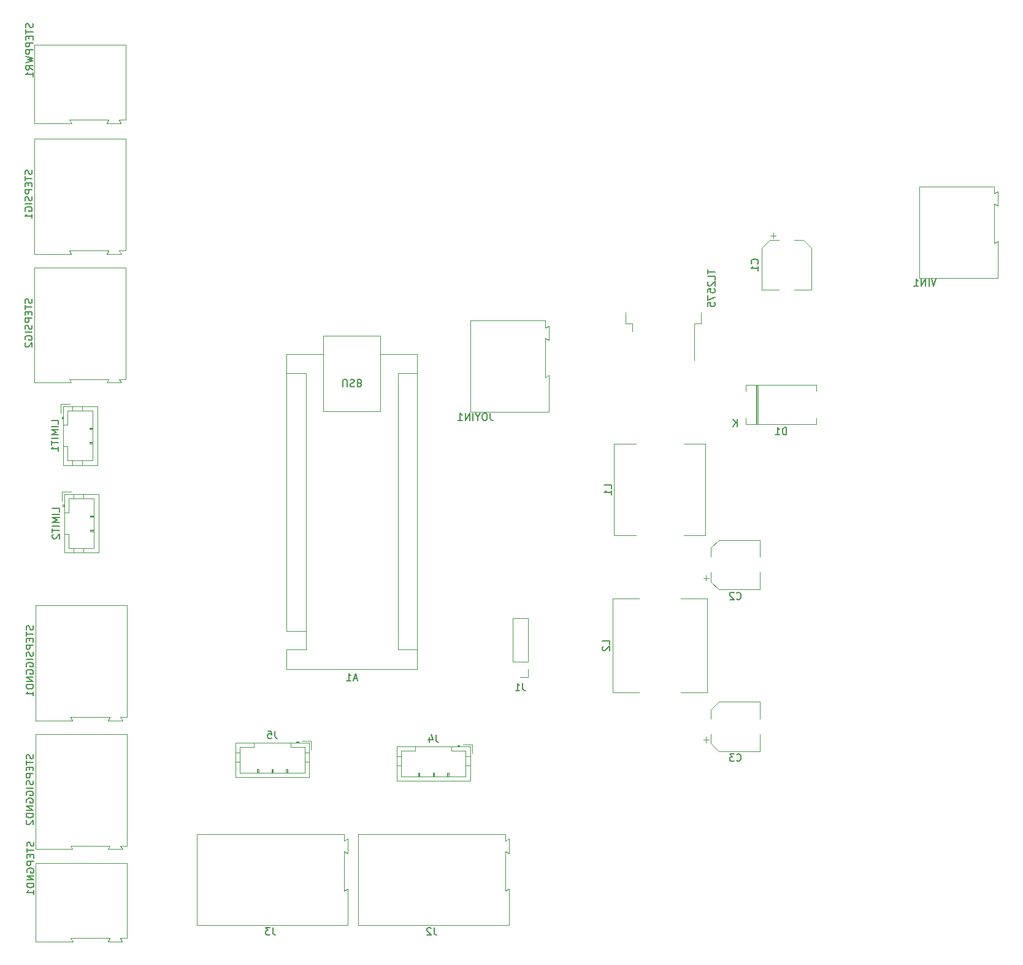
<source format=gbr>
%TF.GenerationSoftware,KiCad,Pcbnew,7.0.7-7.0.7~ubuntu22.04.1*%
%TF.CreationDate,2023-09-15T11:32:12-06:00*%
%TF.ProjectId,stepper_microscope_stage,73746570-7065-4725-9f6d-6963726f7363,1.1*%
%TF.SameCoordinates,Original*%
%TF.FileFunction,Legend,Bot*%
%TF.FilePolarity,Positive*%
%FSLAX46Y46*%
G04 Gerber Fmt 4.6, Leading zero omitted, Abs format (unit mm)*
G04 Created by KiCad (PCBNEW 7.0.7-7.0.7~ubuntu22.04.1) date 2023-09-15 11:32:12*
%MOMM*%
%LPD*%
G01*
G04 APERTURE LIST*
%ADD10C,0.150000*%
%ADD11C,0.120000*%
G04 APERTURE END LIST*
D10*
X160366666Y-131431724D02*
X160414285Y-131479344D01*
X160414285Y-131479344D02*
X160557142Y-131526963D01*
X160557142Y-131526963D02*
X160652380Y-131526963D01*
X160652380Y-131526963D02*
X160795237Y-131479344D01*
X160795237Y-131479344D02*
X160890475Y-131384105D01*
X160890475Y-131384105D02*
X160938094Y-131288867D01*
X160938094Y-131288867D02*
X160985713Y-131098391D01*
X160985713Y-131098391D02*
X160985713Y-130955534D01*
X160985713Y-130955534D02*
X160938094Y-130765058D01*
X160938094Y-130765058D02*
X160890475Y-130669820D01*
X160890475Y-130669820D02*
X160795237Y-130574582D01*
X160795237Y-130574582D02*
X160652380Y-130526963D01*
X160652380Y-130526963D02*
X160557142Y-130526963D01*
X160557142Y-130526963D02*
X160414285Y-130574582D01*
X160414285Y-130574582D02*
X160366666Y-130622201D01*
X160033332Y-130526963D02*
X159414285Y-130526963D01*
X159414285Y-130526963D02*
X159747618Y-130907915D01*
X159747618Y-130907915D02*
X159604761Y-130907915D01*
X159604761Y-130907915D02*
X159509523Y-130955534D01*
X159509523Y-130955534D02*
X159461904Y-131003153D01*
X159461904Y-131003153D02*
X159414285Y-131098391D01*
X159414285Y-131098391D02*
X159414285Y-131336486D01*
X159414285Y-131336486D02*
X159461904Y-131431724D01*
X159461904Y-131431724D02*
X159509523Y-131479344D01*
X159509523Y-131479344D02*
X159604761Y-131526963D01*
X159604761Y-131526963D02*
X159890475Y-131526963D01*
X159890475Y-131526963D02*
X159985713Y-131479344D01*
X159985713Y-131479344D02*
X160033332Y-131431724D01*
X118583333Y-154464819D02*
X118583333Y-155179104D01*
X118583333Y-155179104D02*
X118630952Y-155321961D01*
X118630952Y-155321961D02*
X118726190Y-155417200D01*
X118726190Y-155417200D02*
X118869047Y-155464819D01*
X118869047Y-155464819D02*
X118964285Y-155464819D01*
X118154761Y-154560057D02*
X118107142Y-154512438D01*
X118107142Y-154512438D02*
X118011904Y-154464819D01*
X118011904Y-154464819D02*
X117773809Y-154464819D01*
X117773809Y-154464819D02*
X117678571Y-154512438D01*
X117678571Y-154512438D02*
X117630952Y-154560057D01*
X117630952Y-154560057D02*
X117583333Y-154655295D01*
X117583333Y-154655295D02*
X117583333Y-154750533D01*
X117583333Y-154750533D02*
X117630952Y-154893390D01*
X117630952Y-154893390D02*
X118202380Y-155464819D01*
X118202380Y-155464819D02*
X117583333Y-155464819D01*
X66905635Y-97121906D02*
X66905635Y-96645716D01*
X66905635Y-96645716D02*
X65905635Y-96645716D01*
X66905635Y-97455240D02*
X65905635Y-97455240D01*
X66905635Y-97931430D02*
X65905635Y-97931430D01*
X65905635Y-97931430D02*
X66619920Y-98264763D01*
X66619920Y-98264763D02*
X65905635Y-98598096D01*
X65905635Y-98598096D02*
X66905635Y-98598096D01*
X66905635Y-99074287D02*
X65905635Y-99074287D01*
X65905635Y-99407620D02*
X65905635Y-99979048D01*
X66905635Y-99693334D02*
X65905635Y-99693334D01*
X66000873Y-100264763D02*
X65953254Y-100312382D01*
X65953254Y-100312382D02*
X65905635Y-100407620D01*
X65905635Y-100407620D02*
X65905635Y-100645715D01*
X65905635Y-100645715D02*
X65953254Y-100740953D01*
X65953254Y-100740953D02*
X66000873Y-100788572D01*
X66000873Y-100788572D02*
X66096111Y-100836191D01*
X66096111Y-100836191D02*
X66191349Y-100836191D01*
X66191349Y-100836191D02*
X66334206Y-100788572D01*
X66334206Y-100788572D02*
X66905635Y-100217144D01*
X66905635Y-100217144D02*
X66905635Y-100836191D01*
X130833333Y-120776963D02*
X130833333Y-121491248D01*
X130833333Y-121491248D02*
X130880952Y-121634105D01*
X130880952Y-121634105D02*
X130976190Y-121729344D01*
X130976190Y-121729344D02*
X131119047Y-121776963D01*
X131119047Y-121776963D02*
X131214285Y-121776963D01*
X129833333Y-121776963D02*
X130404761Y-121776963D01*
X130119047Y-121776963D02*
X130119047Y-120776963D01*
X130119047Y-120776963D02*
X130214285Y-120919820D01*
X130214285Y-120919820D02*
X130309523Y-121015058D01*
X130309523Y-121015058D02*
X130404761Y-121062677D01*
X96593333Y-127364819D02*
X96593333Y-128079104D01*
X96593333Y-128079104D02*
X96640952Y-128221961D01*
X96640952Y-128221961D02*
X96736190Y-128317200D01*
X96736190Y-128317200D02*
X96879047Y-128364819D01*
X96879047Y-128364819D02*
X96974285Y-128364819D01*
X95640952Y-127364819D02*
X96117142Y-127364819D01*
X96117142Y-127364819D02*
X96164761Y-127841009D01*
X96164761Y-127841009D02*
X96117142Y-127793390D01*
X96117142Y-127793390D02*
X96021904Y-127745771D01*
X96021904Y-127745771D02*
X95783809Y-127745771D01*
X95783809Y-127745771D02*
X95688571Y-127793390D01*
X95688571Y-127793390D02*
X95640952Y-127841009D01*
X95640952Y-127841009D02*
X95593333Y-127936247D01*
X95593333Y-127936247D02*
X95593333Y-128174342D01*
X95593333Y-128174342D02*
X95640952Y-128269580D01*
X95640952Y-128269580D02*
X95688571Y-128317200D01*
X95688571Y-128317200D02*
X95783809Y-128364819D01*
X95783809Y-128364819D02*
X96021904Y-128364819D01*
X96021904Y-128364819D02*
X96117142Y-128317200D01*
X96117142Y-128317200D02*
X96164761Y-128269580D01*
X63218016Y-130588811D02*
X63265635Y-130731668D01*
X63265635Y-130731668D02*
X63265635Y-130969763D01*
X63265635Y-130969763D02*
X63218016Y-131065001D01*
X63218016Y-131065001D02*
X63170396Y-131112620D01*
X63170396Y-131112620D02*
X63075158Y-131160239D01*
X63075158Y-131160239D02*
X62979920Y-131160239D01*
X62979920Y-131160239D02*
X62884682Y-131112620D01*
X62884682Y-131112620D02*
X62837063Y-131065001D01*
X62837063Y-131065001D02*
X62789444Y-130969763D01*
X62789444Y-130969763D02*
X62741825Y-130779287D01*
X62741825Y-130779287D02*
X62694206Y-130684049D01*
X62694206Y-130684049D02*
X62646587Y-130636430D01*
X62646587Y-130636430D02*
X62551349Y-130588811D01*
X62551349Y-130588811D02*
X62456111Y-130588811D01*
X62456111Y-130588811D02*
X62360873Y-130636430D01*
X62360873Y-130636430D02*
X62313254Y-130684049D01*
X62313254Y-130684049D02*
X62265635Y-130779287D01*
X62265635Y-130779287D02*
X62265635Y-131017382D01*
X62265635Y-131017382D02*
X62313254Y-131160239D01*
X62265635Y-131445954D02*
X62265635Y-132017382D01*
X63265635Y-131731668D02*
X62265635Y-131731668D01*
X62741825Y-132350716D02*
X62741825Y-132684049D01*
X63265635Y-132826906D02*
X63265635Y-132350716D01*
X63265635Y-132350716D02*
X62265635Y-132350716D01*
X62265635Y-132350716D02*
X62265635Y-132826906D01*
X63265635Y-133255478D02*
X62265635Y-133255478D01*
X62265635Y-133255478D02*
X62265635Y-133636430D01*
X62265635Y-133636430D02*
X62313254Y-133731668D01*
X62313254Y-133731668D02*
X62360873Y-133779287D01*
X62360873Y-133779287D02*
X62456111Y-133826906D01*
X62456111Y-133826906D02*
X62598968Y-133826906D01*
X62598968Y-133826906D02*
X62694206Y-133779287D01*
X62694206Y-133779287D02*
X62741825Y-133731668D01*
X62741825Y-133731668D02*
X62789444Y-133636430D01*
X62789444Y-133636430D02*
X62789444Y-133255478D01*
X63218016Y-134207859D02*
X63265635Y-134350716D01*
X63265635Y-134350716D02*
X63265635Y-134588811D01*
X63265635Y-134588811D02*
X63218016Y-134684049D01*
X63218016Y-134684049D02*
X63170396Y-134731668D01*
X63170396Y-134731668D02*
X63075158Y-134779287D01*
X63075158Y-134779287D02*
X62979920Y-134779287D01*
X62979920Y-134779287D02*
X62884682Y-134731668D01*
X62884682Y-134731668D02*
X62837063Y-134684049D01*
X62837063Y-134684049D02*
X62789444Y-134588811D01*
X62789444Y-134588811D02*
X62741825Y-134398335D01*
X62741825Y-134398335D02*
X62694206Y-134303097D01*
X62694206Y-134303097D02*
X62646587Y-134255478D01*
X62646587Y-134255478D02*
X62551349Y-134207859D01*
X62551349Y-134207859D02*
X62456111Y-134207859D01*
X62456111Y-134207859D02*
X62360873Y-134255478D01*
X62360873Y-134255478D02*
X62313254Y-134303097D01*
X62313254Y-134303097D02*
X62265635Y-134398335D01*
X62265635Y-134398335D02*
X62265635Y-134636430D01*
X62265635Y-134636430D02*
X62313254Y-134779287D01*
X63265635Y-135207859D02*
X62265635Y-135207859D01*
X62313254Y-136207858D02*
X62265635Y-136112620D01*
X62265635Y-136112620D02*
X62265635Y-135969763D01*
X62265635Y-135969763D02*
X62313254Y-135826906D01*
X62313254Y-135826906D02*
X62408492Y-135731668D01*
X62408492Y-135731668D02*
X62503730Y-135684049D01*
X62503730Y-135684049D02*
X62694206Y-135636430D01*
X62694206Y-135636430D02*
X62837063Y-135636430D01*
X62837063Y-135636430D02*
X63027539Y-135684049D01*
X63027539Y-135684049D02*
X63122777Y-135731668D01*
X63122777Y-135731668D02*
X63218016Y-135826906D01*
X63218016Y-135826906D02*
X63265635Y-135969763D01*
X63265635Y-135969763D02*
X63265635Y-136065001D01*
X63265635Y-136065001D02*
X63218016Y-136207858D01*
X63218016Y-136207858D02*
X63170396Y-136255477D01*
X63170396Y-136255477D02*
X62837063Y-136255477D01*
X62837063Y-136255477D02*
X62837063Y-136065001D01*
X62313254Y-137207858D02*
X62265635Y-137112620D01*
X62265635Y-137112620D02*
X62265635Y-136969763D01*
X62265635Y-136969763D02*
X62313254Y-136826906D01*
X62313254Y-136826906D02*
X62408492Y-136731668D01*
X62408492Y-136731668D02*
X62503730Y-136684049D01*
X62503730Y-136684049D02*
X62694206Y-136636430D01*
X62694206Y-136636430D02*
X62837063Y-136636430D01*
X62837063Y-136636430D02*
X63027539Y-136684049D01*
X63027539Y-136684049D02*
X63122777Y-136731668D01*
X63122777Y-136731668D02*
X63218016Y-136826906D01*
X63218016Y-136826906D02*
X63265635Y-136969763D01*
X63265635Y-136969763D02*
X63265635Y-137065001D01*
X63265635Y-137065001D02*
X63218016Y-137207858D01*
X63218016Y-137207858D02*
X63170396Y-137255477D01*
X63170396Y-137255477D02*
X62837063Y-137255477D01*
X62837063Y-137255477D02*
X62837063Y-137065001D01*
X63265635Y-137684049D02*
X62265635Y-137684049D01*
X62265635Y-137684049D02*
X63265635Y-138255477D01*
X63265635Y-138255477D02*
X62265635Y-138255477D01*
X63265635Y-138731668D02*
X62265635Y-138731668D01*
X62265635Y-138731668D02*
X62265635Y-138969763D01*
X62265635Y-138969763D02*
X62313254Y-139112620D01*
X62313254Y-139112620D02*
X62408492Y-139207858D01*
X62408492Y-139207858D02*
X62503730Y-139255477D01*
X62503730Y-139255477D02*
X62694206Y-139303096D01*
X62694206Y-139303096D02*
X62837063Y-139303096D01*
X62837063Y-139303096D02*
X63027539Y-139255477D01*
X63027539Y-139255477D02*
X63122777Y-139207858D01*
X63122777Y-139207858D02*
X63218016Y-139112620D01*
X63218016Y-139112620D02*
X63265635Y-138969763D01*
X63265635Y-138969763D02*
X63265635Y-138731668D01*
X62360873Y-139684049D02*
X62313254Y-139731668D01*
X62313254Y-139731668D02*
X62265635Y-139826906D01*
X62265635Y-139826906D02*
X62265635Y-140065001D01*
X62265635Y-140065001D02*
X62313254Y-140160239D01*
X62313254Y-140160239D02*
X62360873Y-140207858D01*
X62360873Y-140207858D02*
X62456111Y-140255477D01*
X62456111Y-140255477D02*
X62551349Y-140255477D01*
X62551349Y-140255477D02*
X62694206Y-140207858D01*
X62694206Y-140207858D02*
X63265635Y-139636430D01*
X63265635Y-139636430D02*
X63265635Y-140255477D01*
X63057200Y-50012620D02*
X63104819Y-50155477D01*
X63104819Y-50155477D02*
X63104819Y-50393572D01*
X63104819Y-50393572D02*
X63057200Y-50488810D01*
X63057200Y-50488810D02*
X63009580Y-50536429D01*
X63009580Y-50536429D02*
X62914342Y-50584048D01*
X62914342Y-50584048D02*
X62819104Y-50584048D01*
X62819104Y-50584048D02*
X62723866Y-50536429D01*
X62723866Y-50536429D02*
X62676247Y-50488810D01*
X62676247Y-50488810D02*
X62628628Y-50393572D01*
X62628628Y-50393572D02*
X62581009Y-50203096D01*
X62581009Y-50203096D02*
X62533390Y-50107858D01*
X62533390Y-50107858D02*
X62485771Y-50060239D01*
X62485771Y-50060239D02*
X62390533Y-50012620D01*
X62390533Y-50012620D02*
X62295295Y-50012620D01*
X62295295Y-50012620D02*
X62200057Y-50060239D01*
X62200057Y-50060239D02*
X62152438Y-50107858D01*
X62152438Y-50107858D02*
X62104819Y-50203096D01*
X62104819Y-50203096D02*
X62104819Y-50441191D01*
X62104819Y-50441191D02*
X62152438Y-50584048D01*
X62104819Y-50869763D02*
X62104819Y-51441191D01*
X63104819Y-51155477D02*
X62104819Y-51155477D01*
X62581009Y-51774525D02*
X62581009Y-52107858D01*
X63104819Y-52250715D02*
X63104819Y-51774525D01*
X63104819Y-51774525D02*
X62104819Y-51774525D01*
X62104819Y-51774525D02*
X62104819Y-52250715D01*
X63104819Y-52679287D02*
X62104819Y-52679287D01*
X62104819Y-52679287D02*
X62104819Y-53060239D01*
X62104819Y-53060239D02*
X62152438Y-53155477D01*
X62152438Y-53155477D02*
X62200057Y-53203096D01*
X62200057Y-53203096D02*
X62295295Y-53250715D01*
X62295295Y-53250715D02*
X62438152Y-53250715D01*
X62438152Y-53250715D02*
X62533390Y-53203096D01*
X62533390Y-53203096D02*
X62581009Y-53155477D01*
X62581009Y-53155477D02*
X62628628Y-53060239D01*
X62628628Y-53060239D02*
X62628628Y-52679287D01*
X63057200Y-53631668D02*
X63104819Y-53774525D01*
X63104819Y-53774525D02*
X63104819Y-54012620D01*
X63104819Y-54012620D02*
X63057200Y-54107858D01*
X63057200Y-54107858D02*
X63009580Y-54155477D01*
X63009580Y-54155477D02*
X62914342Y-54203096D01*
X62914342Y-54203096D02*
X62819104Y-54203096D01*
X62819104Y-54203096D02*
X62723866Y-54155477D01*
X62723866Y-54155477D02*
X62676247Y-54107858D01*
X62676247Y-54107858D02*
X62628628Y-54012620D01*
X62628628Y-54012620D02*
X62581009Y-53822144D01*
X62581009Y-53822144D02*
X62533390Y-53726906D01*
X62533390Y-53726906D02*
X62485771Y-53679287D01*
X62485771Y-53679287D02*
X62390533Y-53631668D01*
X62390533Y-53631668D02*
X62295295Y-53631668D01*
X62295295Y-53631668D02*
X62200057Y-53679287D01*
X62200057Y-53679287D02*
X62152438Y-53726906D01*
X62152438Y-53726906D02*
X62104819Y-53822144D01*
X62104819Y-53822144D02*
X62104819Y-54060239D01*
X62104819Y-54060239D02*
X62152438Y-54203096D01*
X63104819Y-54631668D02*
X62104819Y-54631668D01*
X62152438Y-55631667D02*
X62104819Y-55536429D01*
X62104819Y-55536429D02*
X62104819Y-55393572D01*
X62104819Y-55393572D02*
X62152438Y-55250715D01*
X62152438Y-55250715D02*
X62247676Y-55155477D01*
X62247676Y-55155477D02*
X62342914Y-55107858D01*
X62342914Y-55107858D02*
X62533390Y-55060239D01*
X62533390Y-55060239D02*
X62676247Y-55060239D01*
X62676247Y-55060239D02*
X62866723Y-55107858D01*
X62866723Y-55107858D02*
X62961961Y-55155477D01*
X62961961Y-55155477D02*
X63057200Y-55250715D01*
X63057200Y-55250715D02*
X63104819Y-55393572D01*
X63104819Y-55393572D02*
X63104819Y-55488810D01*
X63104819Y-55488810D02*
X63057200Y-55631667D01*
X63057200Y-55631667D02*
X63009580Y-55679286D01*
X63009580Y-55679286D02*
X62676247Y-55679286D01*
X62676247Y-55679286D02*
X62676247Y-55488810D01*
X63104819Y-56631667D02*
X63104819Y-56060239D01*
X63104819Y-56345953D02*
X62104819Y-56345953D01*
X62104819Y-56345953D02*
X62247676Y-56250715D01*
X62247676Y-56250715D02*
X62342914Y-56155477D01*
X62342914Y-56155477D02*
X62390533Y-56060239D01*
X156354819Y-63726906D02*
X156354819Y-64298334D01*
X157354819Y-64012620D02*
X156354819Y-64012620D01*
X157354819Y-65107858D02*
X157354819Y-64631668D01*
X157354819Y-64631668D02*
X156354819Y-64631668D01*
X156450057Y-65393573D02*
X156402438Y-65441192D01*
X156402438Y-65441192D02*
X156354819Y-65536430D01*
X156354819Y-65536430D02*
X156354819Y-65774525D01*
X156354819Y-65774525D02*
X156402438Y-65869763D01*
X156402438Y-65869763D02*
X156450057Y-65917382D01*
X156450057Y-65917382D02*
X156545295Y-65965001D01*
X156545295Y-65965001D02*
X156640533Y-65965001D01*
X156640533Y-65965001D02*
X156783390Y-65917382D01*
X156783390Y-65917382D02*
X157354819Y-65345954D01*
X157354819Y-65345954D02*
X157354819Y-65965001D01*
X156354819Y-66869763D02*
X156354819Y-66393573D01*
X156354819Y-66393573D02*
X156831009Y-66345954D01*
X156831009Y-66345954D02*
X156783390Y-66393573D01*
X156783390Y-66393573D02*
X156735771Y-66488811D01*
X156735771Y-66488811D02*
X156735771Y-66726906D01*
X156735771Y-66726906D02*
X156783390Y-66822144D01*
X156783390Y-66822144D02*
X156831009Y-66869763D01*
X156831009Y-66869763D02*
X156926247Y-66917382D01*
X156926247Y-66917382D02*
X157164342Y-66917382D01*
X157164342Y-66917382D02*
X157259580Y-66869763D01*
X157259580Y-66869763D02*
X157307200Y-66822144D01*
X157307200Y-66822144D02*
X157354819Y-66726906D01*
X157354819Y-66726906D02*
X157354819Y-66488811D01*
X157354819Y-66488811D02*
X157307200Y-66393573D01*
X157307200Y-66393573D02*
X157259580Y-66345954D01*
X156354819Y-67250716D02*
X156354819Y-67917382D01*
X156354819Y-67917382D02*
X157354819Y-67488811D01*
X156354819Y-68774525D02*
X156354819Y-68298335D01*
X156354819Y-68298335D02*
X156831009Y-68250716D01*
X156831009Y-68250716D02*
X156783390Y-68298335D01*
X156783390Y-68298335D02*
X156735771Y-68393573D01*
X156735771Y-68393573D02*
X156735771Y-68631668D01*
X156735771Y-68631668D02*
X156783390Y-68726906D01*
X156783390Y-68726906D02*
X156831009Y-68774525D01*
X156831009Y-68774525D02*
X156926247Y-68822144D01*
X156926247Y-68822144D02*
X157164342Y-68822144D01*
X157164342Y-68822144D02*
X157259580Y-68774525D01*
X157259580Y-68774525D02*
X157307200Y-68726906D01*
X157307200Y-68726906D02*
X157354819Y-68631668D01*
X157354819Y-68631668D02*
X157354819Y-68393573D01*
X157354819Y-68393573D02*
X157307200Y-68298335D01*
X157307200Y-68298335D02*
X157259580Y-68250716D01*
X63318016Y-142663096D02*
X63365635Y-142805953D01*
X63365635Y-142805953D02*
X63365635Y-143044048D01*
X63365635Y-143044048D02*
X63318016Y-143139286D01*
X63318016Y-143139286D02*
X63270396Y-143186905D01*
X63270396Y-143186905D02*
X63175158Y-143234524D01*
X63175158Y-143234524D02*
X63079920Y-143234524D01*
X63079920Y-143234524D02*
X62984682Y-143186905D01*
X62984682Y-143186905D02*
X62937063Y-143139286D01*
X62937063Y-143139286D02*
X62889444Y-143044048D01*
X62889444Y-143044048D02*
X62841825Y-142853572D01*
X62841825Y-142853572D02*
X62794206Y-142758334D01*
X62794206Y-142758334D02*
X62746587Y-142710715D01*
X62746587Y-142710715D02*
X62651349Y-142663096D01*
X62651349Y-142663096D02*
X62556111Y-142663096D01*
X62556111Y-142663096D02*
X62460873Y-142710715D01*
X62460873Y-142710715D02*
X62413254Y-142758334D01*
X62413254Y-142758334D02*
X62365635Y-142853572D01*
X62365635Y-142853572D02*
X62365635Y-143091667D01*
X62365635Y-143091667D02*
X62413254Y-143234524D01*
X62365635Y-143520239D02*
X62365635Y-144091667D01*
X63365635Y-143805953D02*
X62365635Y-143805953D01*
X62841825Y-144425001D02*
X62841825Y-144758334D01*
X63365635Y-144901191D02*
X63365635Y-144425001D01*
X63365635Y-144425001D02*
X62365635Y-144425001D01*
X62365635Y-144425001D02*
X62365635Y-144901191D01*
X63365635Y-145329763D02*
X62365635Y-145329763D01*
X62365635Y-145329763D02*
X62365635Y-145710715D01*
X62365635Y-145710715D02*
X62413254Y-145805953D01*
X62413254Y-145805953D02*
X62460873Y-145853572D01*
X62460873Y-145853572D02*
X62556111Y-145901191D01*
X62556111Y-145901191D02*
X62698968Y-145901191D01*
X62698968Y-145901191D02*
X62794206Y-145853572D01*
X62794206Y-145853572D02*
X62841825Y-145805953D01*
X62841825Y-145805953D02*
X62889444Y-145710715D01*
X62889444Y-145710715D02*
X62889444Y-145329763D01*
X62413254Y-146853572D02*
X62365635Y-146758334D01*
X62365635Y-146758334D02*
X62365635Y-146615477D01*
X62365635Y-146615477D02*
X62413254Y-146472620D01*
X62413254Y-146472620D02*
X62508492Y-146377382D01*
X62508492Y-146377382D02*
X62603730Y-146329763D01*
X62603730Y-146329763D02*
X62794206Y-146282144D01*
X62794206Y-146282144D02*
X62937063Y-146282144D01*
X62937063Y-146282144D02*
X63127539Y-146329763D01*
X63127539Y-146329763D02*
X63222777Y-146377382D01*
X63222777Y-146377382D02*
X63318016Y-146472620D01*
X63318016Y-146472620D02*
X63365635Y-146615477D01*
X63365635Y-146615477D02*
X63365635Y-146710715D01*
X63365635Y-146710715D02*
X63318016Y-146853572D01*
X63318016Y-146853572D02*
X63270396Y-146901191D01*
X63270396Y-146901191D02*
X62937063Y-146901191D01*
X62937063Y-146901191D02*
X62937063Y-146710715D01*
X63365635Y-147329763D02*
X62365635Y-147329763D01*
X62365635Y-147329763D02*
X63365635Y-147901191D01*
X63365635Y-147901191D02*
X62365635Y-147901191D01*
X63365635Y-148377382D02*
X62365635Y-148377382D01*
X62365635Y-148377382D02*
X62365635Y-148615477D01*
X62365635Y-148615477D02*
X62413254Y-148758334D01*
X62413254Y-148758334D02*
X62508492Y-148853572D01*
X62508492Y-148853572D02*
X62603730Y-148901191D01*
X62603730Y-148901191D02*
X62794206Y-148948810D01*
X62794206Y-148948810D02*
X62937063Y-148948810D01*
X62937063Y-148948810D02*
X63127539Y-148901191D01*
X63127539Y-148901191D02*
X63222777Y-148853572D01*
X63222777Y-148853572D02*
X63318016Y-148758334D01*
X63318016Y-148758334D02*
X63365635Y-148615477D01*
X63365635Y-148615477D02*
X63365635Y-148377382D01*
X63365635Y-149901191D02*
X63365635Y-149329763D01*
X63365635Y-149615477D02*
X62365635Y-149615477D01*
X62365635Y-149615477D02*
X62508492Y-149520239D01*
X62508492Y-149520239D02*
X62603730Y-149425001D01*
X62603730Y-149425001D02*
X62651349Y-149329763D01*
X63218016Y-112838811D02*
X63265635Y-112981668D01*
X63265635Y-112981668D02*
X63265635Y-113219763D01*
X63265635Y-113219763D02*
X63218016Y-113315001D01*
X63218016Y-113315001D02*
X63170396Y-113362620D01*
X63170396Y-113362620D02*
X63075158Y-113410239D01*
X63075158Y-113410239D02*
X62979920Y-113410239D01*
X62979920Y-113410239D02*
X62884682Y-113362620D01*
X62884682Y-113362620D02*
X62837063Y-113315001D01*
X62837063Y-113315001D02*
X62789444Y-113219763D01*
X62789444Y-113219763D02*
X62741825Y-113029287D01*
X62741825Y-113029287D02*
X62694206Y-112934049D01*
X62694206Y-112934049D02*
X62646587Y-112886430D01*
X62646587Y-112886430D02*
X62551349Y-112838811D01*
X62551349Y-112838811D02*
X62456111Y-112838811D01*
X62456111Y-112838811D02*
X62360873Y-112886430D01*
X62360873Y-112886430D02*
X62313254Y-112934049D01*
X62313254Y-112934049D02*
X62265635Y-113029287D01*
X62265635Y-113029287D02*
X62265635Y-113267382D01*
X62265635Y-113267382D02*
X62313254Y-113410239D01*
X62265635Y-113695954D02*
X62265635Y-114267382D01*
X63265635Y-113981668D02*
X62265635Y-113981668D01*
X62741825Y-114600716D02*
X62741825Y-114934049D01*
X63265635Y-115076906D02*
X63265635Y-114600716D01*
X63265635Y-114600716D02*
X62265635Y-114600716D01*
X62265635Y-114600716D02*
X62265635Y-115076906D01*
X63265635Y-115505478D02*
X62265635Y-115505478D01*
X62265635Y-115505478D02*
X62265635Y-115886430D01*
X62265635Y-115886430D02*
X62313254Y-115981668D01*
X62313254Y-115981668D02*
X62360873Y-116029287D01*
X62360873Y-116029287D02*
X62456111Y-116076906D01*
X62456111Y-116076906D02*
X62598968Y-116076906D01*
X62598968Y-116076906D02*
X62694206Y-116029287D01*
X62694206Y-116029287D02*
X62741825Y-115981668D01*
X62741825Y-115981668D02*
X62789444Y-115886430D01*
X62789444Y-115886430D02*
X62789444Y-115505478D01*
X63218016Y-116457859D02*
X63265635Y-116600716D01*
X63265635Y-116600716D02*
X63265635Y-116838811D01*
X63265635Y-116838811D02*
X63218016Y-116934049D01*
X63218016Y-116934049D02*
X63170396Y-116981668D01*
X63170396Y-116981668D02*
X63075158Y-117029287D01*
X63075158Y-117029287D02*
X62979920Y-117029287D01*
X62979920Y-117029287D02*
X62884682Y-116981668D01*
X62884682Y-116981668D02*
X62837063Y-116934049D01*
X62837063Y-116934049D02*
X62789444Y-116838811D01*
X62789444Y-116838811D02*
X62741825Y-116648335D01*
X62741825Y-116648335D02*
X62694206Y-116553097D01*
X62694206Y-116553097D02*
X62646587Y-116505478D01*
X62646587Y-116505478D02*
X62551349Y-116457859D01*
X62551349Y-116457859D02*
X62456111Y-116457859D01*
X62456111Y-116457859D02*
X62360873Y-116505478D01*
X62360873Y-116505478D02*
X62313254Y-116553097D01*
X62313254Y-116553097D02*
X62265635Y-116648335D01*
X62265635Y-116648335D02*
X62265635Y-116886430D01*
X62265635Y-116886430D02*
X62313254Y-117029287D01*
X63265635Y-117457859D02*
X62265635Y-117457859D01*
X62313254Y-118457858D02*
X62265635Y-118362620D01*
X62265635Y-118362620D02*
X62265635Y-118219763D01*
X62265635Y-118219763D02*
X62313254Y-118076906D01*
X62313254Y-118076906D02*
X62408492Y-117981668D01*
X62408492Y-117981668D02*
X62503730Y-117934049D01*
X62503730Y-117934049D02*
X62694206Y-117886430D01*
X62694206Y-117886430D02*
X62837063Y-117886430D01*
X62837063Y-117886430D02*
X63027539Y-117934049D01*
X63027539Y-117934049D02*
X63122777Y-117981668D01*
X63122777Y-117981668D02*
X63218016Y-118076906D01*
X63218016Y-118076906D02*
X63265635Y-118219763D01*
X63265635Y-118219763D02*
X63265635Y-118315001D01*
X63265635Y-118315001D02*
X63218016Y-118457858D01*
X63218016Y-118457858D02*
X63170396Y-118505477D01*
X63170396Y-118505477D02*
X62837063Y-118505477D01*
X62837063Y-118505477D02*
X62837063Y-118315001D01*
X62313254Y-119457858D02*
X62265635Y-119362620D01*
X62265635Y-119362620D02*
X62265635Y-119219763D01*
X62265635Y-119219763D02*
X62313254Y-119076906D01*
X62313254Y-119076906D02*
X62408492Y-118981668D01*
X62408492Y-118981668D02*
X62503730Y-118934049D01*
X62503730Y-118934049D02*
X62694206Y-118886430D01*
X62694206Y-118886430D02*
X62837063Y-118886430D01*
X62837063Y-118886430D02*
X63027539Y-118934049D01*
X63027539Y-118934049D02*
X63122777Y-118981668D01*
X63122777Y-118981668D02*
X63218016Y-119076906D01*
X63218016Y-119076906D02*
X63265635Y-119219763D01*
X63265635Y-119219763D02*
X63265635Y-119315001D01*
X63265635Y-119315001D02*
X63218016Y-119457858D01*
X63218016Y-119457858D02*
X63170396Y-119505477D01*
X63170396Y-119505477D02*
X62837063Y-119505477D01*
X62837063Y-119505477D02*
X62837063Y-119315001D01*
X63265635Y-119934049D02*
X62265635Y-119934049D01*
X62265635Y-119934049D02*
X63265635Y-120505477D01*
X63265635Y-120505477D02*
X62265635Y-120505477D01*
X63265635Y-120981668D02*
X62265635Y-120981668D01*
X62265635Y-120981668D02*
X62265635Y-121219763D01*
X62265635Y-121219763D02*
X62313254Y-121362620D01*
X62313254Y-121362620D02*
X62408492Y-121457858D01*
X62408492Y-121457858D02*
X62503730Y-121505477D01*
X62503730Y-121505477D02*
X62694206Y-121553096D01*
X62694206Y-121553096D02*
X62837063Y-121553096D01*
X62837063Y-121553096D02*
X63027539Y-121505477D01*
X63027539Y-121505477D02*
X63122777Y-121457858D01*
X63122777Y-121457858D02*
X63218016Y-121362620D01*
X63218016Y-121362620D02*
X63265635Y-121219763D01*
X63265635Y-121219763D02*
X63265635Y-120981668D01*
X63265635Y-122505477D02*
X63265635Y-121934049D01*
X63265635Y-122219763D02*
X62265635Y-122219763D01*
X62265635Y-122219763D02*
X62408492Y-122124525D01*
X62408492Y-122124525D02*
X62503730Y-122029287D01*
X62503730Y-122029287D02*
X62551349Y-121934049D01*
X66744819Y-85021906D02*
X66744819Y-84545716D01*
X66744819Y-84545716D02*
X65744819Y-84545716D01*
X66744819Y-85355240D02*
X65744819Y-85355240D01*
X66744819Y-85831430D02*
X65744819Y-85831430D01*
X65744819Y-85831430D02*
X66459104Y-86164763D01*
X66459104Y-86164763D02*
X65744819Y-86498096D01*
X65744819Y-86498096D02*
X66744819Y-86498096D01*
X66744819Y-86974287D02*
X65744819Y-86974287D01*
X65744819Y-87307620D02*
X65744819Y-87879048D01*
X66744819Y-87593334D02*
X65744819Y-87593334D01*
X66744819Y-88736191D02*
X66744819Y-88164763D01*
X66744819Y-88450477D02*
X65744819Y-88450477D01*
X65744819Y-88450477D02*
X65887676Y-88355239D01*
X65887676Y-88355239D02*
X65982914Y-88260001D01*
X65982914Y-88260001D02*
X66030533Y-88164763D01*
X143104819Y-93905477D02*
X143104819Y-93429287D01*
X143104819Y-93429287D02*
X142104819Y-93429287D01*
X143104819Y-94762620D02*
X143104819Y-94191192D01*
X143104819Y-94476906D02*
X142104819Y-94476906D01*
X142104819Y-94476906D02*
X142247676Y-94381668D01*
X142247676Y-94381668D02*
X142342914Y-94286430D01*
X142342914Y-94286430D02*
X142390533Y-94191192D01*
X63157200Y-29765477D02*
X63204819Y-29908334D01*
X63204819Y-29908334D02*
X63204819Y-30146429D01*
X63204819Y-30146429D02*
X63157200Y-30241667D01*
X63157200Y-30241667D02*
X63109580Y-30289286D01*
X63109580Y-30289286D02*
X63014342Y-30336905D01*
X63014342Y-30336905D02*
X62919104Y-30336905D01*
X62919104Y-30336905D02*
X62823866Y-30289286D01*
X62823866Y-30289286D02*
X62776247Y-30241667D01*
X62776247Y-30241667D02*
X62728628Y-30146429D01*
X62728628Y-30146429D02*
X62681009Y-29955953D01*
X62681009Y-29955953D02*
X62633390Y-29860715D01*
X62633390Y-29860715D02*
X62585771Y-29813096D01*
X62585771Y-29813096D02*
X62490533Y-29765477D01*
X62490533Y-29765477D02*
X62395295Y-29765477D01*
X62395295Y-29765477D02*
X62300057Y-29813096D01*
X62300057Y-29813096D02*
X62252438Y-29860715D01*
X62252438Y-29860715D02*
X62204819Y-29955953D01*
X62204819Y-29955953D02*
X62204819Y-30194048D01*
X62204819Y-30194048D02*
X62252438Y-30336905D01*
X62204819Y-30622620D02*
X62204819Y-31194048D01*
X63204819Y-30908334D02*
X62204819Y-30908334D01*
X62681009Y-31527382D02*
X62681009Y-31860715D01*
X63204819Y-32003572D02*
X63204819Y-31527382D01*
X63204819Y-31527382D02*
X62204819Y-31527382D01*
X62204819Y-31527382D02*
X62204819Y-32003572D01*
X63204819Y-32432144D02*
X62204819Y-32432144D01*
X62204819Y-32432144D02*
X62204819Y-32813096D01*
X62204819Y-32813096D02*
X62252438Y-32908334D01*
X62252438Y-32908334D02*
X62300057Y-32955953D01*
X62300057Y-32955953D02*
X62395295Y-33003572D01*
X62395295Y-33003572D02*
X62538152Y-33003572D01*
X62538152Y-33003572D02*
X62633390Y-32955953D01*
X62633390Y-32955953D02*
X62681009Y-32908334D01*
X62681009Y-32908334D02*
X62728628Y-32813096D01*
X62728628Y-32813096D02*
X62728628Y-32432144D01*
X63204819Y-33432144D02*
X62204819Y-33432144D01*
X62204819Y-33432144D02*
X62204819Y-33813096D01*
X62204819Y-33813096D02*
X62252438Y-33908334D01*
X62252438Y-33908334D02*
X62300057Y-33955953D01*
X62300057Y-33955953D02*
X62395295Y-34003572D01*
X62395295Y-34003572D02*
X62538152Y-34003572D01*
X62538152Y-34003572D02*
X62633390Y-33955953D01*
X62633390Y-33955953D02*
X62681009Y-33908334D01*
X62681009Y-33908334D02*
X62728628Y-33813096D01*
X62728628Y-33813096D02*
X62728628Y-33432144D01*
X62204819Y-34336906D02*
X63204819Y-34575001D01*
X63204819Y-34575001D02*
X62490533Y-34765477D01*
X62490533Y-34765477D02*
X63204819Y-34955953D01*
X63204819Y-34955953D02*
X62204819Y-35194049D01*
X63204819Y-36146429D02*
X62728628Y-35813096D01*
X63204819Y-35575001D02*
X62204819Y-35575001D01*
X62204819Y-35575001D02*
X62204819Y-35955953D01*
X62204819Y-35955953D02*
X62252438Y-36051191D01*
X62252438Y-36051191D02*
X62300057Y-36098810D01*
X62300057Y-36098810D02*
X62395295Y-36146429D01*
X62395295Y-36146429D02*
X62538152Y-36146429D01*
X62538152Y-36146429D02*
X62633390Y-36098810D01*
X62633390Y-36098810D02*
X62681009Y-36051191D01*
X62681009Y-36051191D02*
X62728628Y-35955953D01*
X62728628Y-35955953D02*
X62728628Y-35575001D01*
X63204819Y-37098810D02*
X63204819Y-36527382D01*
X63204819Y-36813096D02*
X62204819Y-36813096D01*
X62204819Y-36813096D02*
X62347676Y-36717858D01*
X62347676Y-36717858D02*
X62442914Y-36622620D01*
X62442914Y-36622620D02*
X62490533Y-36527382D01*
X167238094Y-86496963D02*
X167238094Y-85496963D01*
X167238094Y-85496963D02*
X166999999Y-85496963D01*
X166999999Y-85496963D02*
X166857142Y-85544582D01*
X166857142Y-85544582D02*
X166761904Y-85639820D01*
X166761904Y-85639820D02*
X166714285Y-85735058D01*
X166714285Y-85735058D02*
X166666666Y-85925534D01*
X166666666Y-85925534D02*
X166666666Y-86068391D01*
X166666666Y-86068391D02*
X166714285Y-86258867D01*
X166714285Y-86258867D02*
X166761904Y-86354105D01*
X166761904Y-86354105D02*
X166857142Y-86449344D01*
X166857142Y-86449344D02*
X166999999Y-86496963D01*
X166999999Y-86496963D02*
X167238094Y-86496963D01*
X165714285Y-86496963D02*
X166285713Y-86496963D01*
X165999999Y-86496963D02*
X165999999Y-85496963D01*
X165999999Y-85496963D02*
X166095237Y-85639820D01*
X166095237Y-85639820D02*
X166190475Y-85735058D01*
X166190475Y-85735058D02*
X166285713Y-85782677D01*
X160411904Y-85376963D02*
X160411904Y-84376963D01*
X159840476Y-85376963D02*
X160269047Y-84805534D01*
X159840476Y-84376963D02*
X160411904Y-84948391D01*
X107974285Y-120121248D02*
X107498095Y-120121248D01*
X108069523Y-120406963D02*
X107736190Y-119406963D01*
X107736190Y-119406963D02*
X107402857Y-120406963D01*
X106545714Y-120406963D02*
X107117142Y-120406963D01*
X106831428Y-120406963D02*
X106831428Y-119406963D01*
X106831428Y-119406963D02*
X106926666Y-119549820D01*
X106926666Y-119549820D02*
X107021904Y-119645058D01*
X107021904Y-119645058D02*
X107117142Y-119692677D01*
X105998095Y-79857324D02*
X105998095Y-79047801D01*
X105998095Y-79047801D02*
X106045714Y-78952563D01*
X106045714Y-78952563D02*
X106093333Y-78904944D01*
X106093333Y-78904944D02*
X106188571Y-78857324D01*
X106188571Y-78857324D02*
X106379047Y-78857324D01*
X106379047Y-78857324D02*
X106474285Y-78904944D01*
X106474285Y-78904944D02*
X106521904Y-78952563D01*
X106521904Y-78952563D02*
X106569523Y-79047801D01*
X106569523Y-79047801D02*
X106569523Y-79857324D01*
X106998095Y-78904944D02*
X107140952Y-78857324D01*
X107140952Y-78857324D02*
X107379047Y-78857324D01*
X107379047Y-78857324D02*
X107474285Y-78904944D01*
X107474285Y-78904944D02*
X107521904Y-78952563D01*
X107521904Y-78952563D02*
X107569523Y-79047801D01*
X107569523Y-79047801D02*
X107569523Y-79143039D01*
X107569523Y-79143039D02*
X107521904Y-79238277D01*
X107521904Y-79238277D02*
X107474285Y-79285896D01*
X107474285Y-79285896D02*
X107379047Y-79333515D01*
X107379047Y-79333515D02*
X107188571Y-79381134D01*
X107188571Y-79381134D02*
X107093333Y-79428753D01*
X107093333Y-79428753D02*
X107045714Y-79476372D01*
X107045714Y-79476372D02*
X106998095Y-79571610D01*
X106998095Y-79571610D02*
X106998095Y-79666848D01*
X106998095Y-79666848D02*
X107045714Y-79762086D01*
X107045714Y-79762086D02*
X107093333Y-79809705D01*
X107093333Y-79809705D02*
X107188571Y-79857324D01*
X107188571Y-79857324D02*
X107426666Y-79857324D01*
X107426666Y-79857324D02*
X107569523Y-79809705D01*
X108331428Y-79381134D02*
X108474285Y-79333515D01*
X108474285Y-79333515D02*
X108521904Y-79285896D01*
X108521904Y-79285896D02*
X108569523Y-79190658D01*
X108569523Y-79190658D02*
X108569523Y-79047801D01*
X108569523Y-79047801D02*
X108521904Y-78952563D01*
X108521904Y-78952563D02*
X108474285Y-78904944D01*
X108474285Y-78904944D02*
X108379047Y-78857324D01*
X108379047Y-78857324D02*
X107998095Y-78857324D01*
X107998095Y-78857324D02*
X107998095Y-79857324D01*
X107998095Y-79857324D02*
X108331428Y-79857324D01*
X108331428Y-79857324D02*
X108426666Y-79809705D01*
X108426666Y-79809705D02*
X108474285Y-79762086D01*
X108474285Y-79762086D02*
X108521904Y-79666848D01*
X108521904Y-79666848D02*
X108521904Y-79571610D01*
X108521904Y-79571610D02*
X108474285Y-79476372D01*
X108474285Y-79476372D02*
X108426666Y-79428753D01*
X108426666Y-79428753D02*
X108331428Y-79381134D01*
X108331428Y-79381134D02*
X107998095Y-79381134D01*
X126347618Y-83516963D02*
X126347618Y-84231248D01*
X126347618Y-84231248D02*
X126395237Y-84374105D01*
X126395237Y-84374105D02*
X126490475Y-84469344D01*
X126490475Y-84469344D02*
X126633332Y-84516963D01*
X126633332Y-84516963D02*
X126728570Y-84516963D01*
X125680951Y-83516963D02*
X125490475Y-83516963D01*
X125490475Y-83516963D02*
X125395237Y-83564582D01*
X125395237Y-83564582D02*
X125299999Y-83659820D01*
X125299999Y-83659820D02*
X125252380Y-83850296D01*
X125252380Y-83850296D02*
X125252380Y-84183629D01*
X125252380Y-84183629D02*
X125299999Y-84374105D01*
X125299999Y-84374105D02*
X125395237Y-84469344D01*
X125395237Y-84469344D02*
X125490475Y-84516963D01*
X125490475Y-84516963D02*
X125680951Y-84516963D01*
X125680951Y-84516963D02*
X125776189Y-84469344D01*
X125776189Y-84469344D02*
X125871427Y-84374105D01*
X125871427Y-84374105D02*
X125919046Y-84183629D01*
X125919046Y-84183629D02*
X125919046Y-83850296D01*
X125919046Y-83850296D02*
X125871427Y-83659820D01*
X125871427Y-83659820D02*
X125776189Y-83564582D01*
X125776189Y-83564582D02*
X125680951Y-83516963D01*
X124633332Y-84040772D02*
X124633332Y-84516963D01*
X124966665Y-83516963D02*
X124633332Y-84040772D01*
X124633332Y-84040772D02*
X124299999Y-83516963D01*
X123966665Y-84516963D02*
X123966665Y-83516963D01*
X123490475Y-84516963D02*
X123490475Y-83516963D01*
X123490475Y-83516963D02*
X122919047Y-84516963D01*
X122919047Y-84516963D02*
X122919047Y-83516963D01*
X121919047Y-84516963D02*
X122490475Y-84516963D01*
X122204761Y-84516963D02*
X122204761Y-83516963D01*
X122204761Y-83516963D02*
X122299999Y-83659820D01*
X122299999Y-83659820D02*
X122395237Y-83755058D01*
X122395237Y-83755058D02*
X122490475Y-83802677D01*
X142804819Y-115405477D02*
X142804819Y-114929287D01*
X142804819Y-114929287D02*
X141804819Y-114929287D01*
X141900057Y-115691192D02*
X141852438Y-115738811D01*
X141852438Y-115738811D02*
X141804819Y-115834049D01*
X141804819Y-115834049D02*
X141804819Y-116072144D01*
X141804819Y-116072144D02*
X141852438Y-116167382D01*
X141852438Y-116167382D02*
X141900057Y-116215001D01*
X141900057Y-116215001D02*
X141995295Y-116262620D01*
X141995295Y-116262620D02*
X142090533Y-116262620D01*
X142090533Y-116262620D02*
X142233390Y-116215001D01*
X142233390Y-116215001D02*
X142804819Y-115643573D01*
X142804819Y-115643573D02*
X142804819Y-116262620D01*
X163259580Y-62905477D02*
X163307200Y-62857858D01*
X163307200Y-62857858D02*
X163354819Y-62715001D01*
X163354819Y-62715001D02*
X163354819Y-62619763D01*
X163354819Y-62619763D02*
X163307200Y-62476906D01*
X163307200Y-62476906D02*
X163211961Y-62381668D01*
X163211961Y-62381668D02*
X163116723Y-62334049D01*
X163116723Y-62334049D02*
X162926247Y-62286430D01*
X162926247Y-62286430D02*
X162783390Y-62286430D01*
X162783390Y-62286430D02*
X162592914Y-62334049D01*
X162592914Y-62334049D02*
X162497676Y-62381668D01*
X162497676Y-62381668D02*
X162402438Y-62476906D01*
X162402438Y-62476906D02*
X162354819Y-62619763D01*
X162354819Y-62619763D02*
X162354819Y-62715001D01*
X162354819Y-62715001D02*
X162402438Y-62857858D01*
X162402438Y-62857858D02*
X162450057Y-62905477D01*
X163354819Y-63857858D02*
X163354819Y-63286430D01*
X163354819Y-63572144D02*
X162354819Y-63572144D01*
X162354819Y-63572144D02*
X162497676Y-63476906D01*
X162497676Y-63476906D02*
X162592914Y-63381668D01*
X162592914Y-63381668D02*
X162640533Y-63286430D01*
X63057200Y-67762620D02*
X63104819Y-67905477D01*
X63104819Y-67905477D02*
X63104819Y-68143572D01*
X63104819Y-68143572D02*
X63057200Y-68238810D01*
X63057200Y-68238810D02*
X63009580Y-68286429D01*
X63009580Y-68286429D02*
X62914342Y-68334048D01*
X62914342Y-68334048D02*
X62819104Y-68334048D01*
X62819104Y-68334048D02*
X62723866Y-68286429D01*
X62723866Y-68286429D02*
X62676247Y-68238810D01*
X62676247Y-68238810D02*
X62628628Y-68143572D01*
X62628628Y-68143572D02*
X62581009Y-67953096D01*
X62581009Y-67953096D02*
X62533390Y-67857858D01*
X62533390Y-67857858D02*
X62485771Y-67810239D01*
X62485771Y-67810239D02*
X62390533Y-67762620D01*
X62390533Y-67762620D02*
X62295295Y-67762620D01*
X62295295Y-67762620D02*
X62200057Y-67810239D01*
X62200057Y-67810239D02*
X62152438Y-67857858D01*
X62152438Y-67857858D02*
X62104819Y-67953096D01*
X62104819Y-67953096D02*
X62104819Y-68191191D01*
X62104819Y-68191191D02*
X62152438Y-68334048D01*
X62104819Y-68619763D02*
X62104819Y-69191191D01*
X63104819Y-68905477D02*
X62104819Y-68905477D01*
X62581009Y-69524525D02*
X62581009Y-69857858D01*
X63104819Y-70000715D02*
X63104819Y-69524525D01*
X63104819Y-69524525D02*
X62104819Y-69524525D01*
X62104819Y-69524525D02*
X62104819Y-70000715D01*
X63104819Y-70429287D02*
X62104819Y-70429287D01*
X62104819Y-70429287D02*
X62104819Y-70810239D01*
X62104819Y-70810239D02*
X62152438Y-70905477D01*
X62152438Y-70905477D02*
X62200057Y-70953096D01*
X62200057Y-70953096D02*
X62295295Y-71000715D01*
X62295295Y-71000715D02*
X62438152Y-71000715D01*
X62438152Y-71000715D02*
X62533390Y-70953096D01*
X62533390Y-70953096D02*
X62581009Y-70905477D01*
X62581009Y-70905477D02*
X62628628Y-70810239D01*
X62628628Y-70810239D02*
X62628628Y-70429287D01*
X63057200Y-71381668D02*
X63104819Y-71524525D01*
X63104819Y-71524525D02*
X63104819Y-71762620D01*
X63104819Y-71762620D02*
X63057200Y-71857858D01*
X63057200Y-71857858D02*
X63009580Y-71905477D01*
X63009580Y-71905477D02*
X62914342Y-71953096D01*
X62914342Y-71953096D02*
X62819104Y-71953096D01*
X62819104Y-71953096D02*
X62723866Y-71905477D01*
X62723866Y-71905477D02*
X62676247Y-71857858D01*
X62676247Y-71857858D02*
X62628628Y-71762620D01*
X62628628Y-71762620D02*
X62581009Y-71572144D01*
X62581009Y-71572144D02*
X62533390Y-71476906D01*
X62533390Y-71476906D02*
X62485771Y-71429287D01*
X62485771Y-71429287D02*
X62390533Y-71381668D01*
X62390533Y-71381668D02*
X62295295Y-71381668D01*
X62295295Y-71381668D02*
X62200057Y-71429287D01*
X62200057Y-71429287D02*
X62152438Y-71476906D01*
X62152438Y-71476906D02*
X62104819Y-71572144D01*
X62104819Y-71572144D02*
X62104819Y-71810239D01*
X62104819Y-71810239D02*
X62152438Y-71953096D01*
X63104819Y-72381668D02*
X62104819Y-72381668D01*
X62152438Y-73381667D02*
X62104819Y-73286429D01*
X62104819Y-73286429D02*
X62104819Y-73143572D01*
X62104819Y-73143572D02*
X62152438Y-73000715D01*
X62152438Y-73000715D02*
X62247676Y-72905477D01*
X62247676Y-72905477D02*
X62342914Y-72857858D01*
X62342914Y-72857858D02*
X62533390Y-72810239D01*
X62533390Y-72810239D02*
X62676247Y-72810239D01*
X62676247Y-72810239D02*
X62866723Y-72857858D01*
X62866723Y-72857858D02*
X62961961Y-72905477D01*
X62961961Y-72905477D02*
X63057200Y-73000715D01*
X63057200Y-73000715D02*
X63104819Y-73143572D01*
X63104819Y-73143572D02*
X63104819Y-73238810D01*
X63104819Y-73238810D02*
X63057200Y-73381667D01*
X63057200Y-73381667D02*
X63009580Y-73429286D01*
X63009580Y-73429286D02*
X62676247Y-73429286D01*
X62676247Y-73429286D02*
X62676247Y-73238810D01*
X62200057Y-73810239D02*
X62152438Y-73857858D01*
X62152438Y-73857858D02*
X62104819Y-73953096D01*
X62104819Y-73953096D02*
X62104819Y-74191191D01*
X62104819Y-74191191D02*
X62152438Y-74286429D01*
X62152438Y-74286429D02*
X62200057Y-74334048D01*
X62200057Y-74334048D02*
X62295295Y-74381667D01*
X62295295Y-74381667D02*
X62390533Y-74381667D01*
X62390533Y-74381667D02*
X62533390Y-74334048D01*
X62533390Y-74334048D02*
X63104819Y-73762620D01*
X63104819Y-73762620D02*
X63104819Y-74381667D01*
X96333333Y-154464819D02*
X96333333Y-155179104D01*
X96333333Y-155179104D02*
X96380952Y-155321961D01*
X96380952Y-155321961D02*
X96476190Y-155417200D01*
X96476190Y-155417200D02*
X96619047Y-155464819D01*
X96619047Y-155464819D02*
X96714285Y-155464819D01*
X95952380Y-154464819D02*
X95333333Y-154464819D01*
X95333333Y-154464819D02*
X95666666Y-154845771D01*
X95666666Y-154845771D02*
X95523809Y-154845771D01*
X95523809Y-154845771D02*
X95428571Y-154893390D01*
X95428571Y-154893390D02*
X95380952Y-154941009D01*
X95380952Y-154941009D02*
X95333333Y-155036247D01*
X95333333Y-155036247D02*
X95333333Y-155274342D01*
X95333333Y-155274342D02*
X95380952Y-155369580D01*
X95380952Y-155369580D02*
X95428571Y-155417200D01*
X95428571Y-155417200D02*
X95523809Y-155464819D01*
X95523809Y-155464819D02*
X95809523Y-155464819D01*
X95809523Y-155464819D02*
X95904761Y-155417200D01*
X95904761Y-155417200D02*
X95952380Y-155369580D01*
X160366666Y-109131724D02*
X160414285Y-109179344D01*
X160414285Y-109179344D02*
X160557142Y-109226963D01*
X160557142Y-109226963D02*
X160652380Y-109226963D01*
X160652380Y-109226963D02*
X160795237Y-109179344D01*
X160795237Y-109179344D02*
X160890475Y-109084105D01*
X160890475Y-109084105D02*
X160938094Y-108988867D01*
X160938094Y-108988867D02*
X160985713Y-108798391D01*
X160985713Y-108798391D02*
X160985713Y-108655534D01*
X160985713Y-108655534D02*
X160938094Y-108465058D01*
X160938094Y-108465058D02*
X160890475Y-108369820D01*
X160890475Y-108369820D02*
X160795237Y-108274582D01*
X160795237Y-108274582D02*
X160652380Y-108226963D01*
X160652380Y-108226963D02*
X160557142Y-108226963D01*
X160557142Y-108226963D02*
X160414285Y-108274582D01*
X160414285Y-108274582D02*
X160366666Y-108322201D01*
X159985713Y-108322201D02*
X159938094Y-108274582D01*
X159938094Y-108274582D02*
X159842856Y-108226963D01*
X159842856Y-108226963D02*
X159604761Y-108226963D01*
X159604761Y-108226963D02*
X159509523Y-108274582D01*
X159509523Y-108274582D02*
X159461904Y-108322201D01*
X159461904Y-108322201D02*
X159414285Y-108417439D01*
X159414285Y-108417439D02*
X159414285Y-108512677D01*
X159414285Y-108512677D02*
X159461904Y-108655534D01*
X159461904Y-108655534D02*
X160033332Y-109226963D01*
X160033332Y-109226963D02*
X159414285Y-109226963D01*
X118843333Y-127864819D02*
X118843333Y-128579104D01*
X118843333Y-128579104D02*
X118890952Y-128721961D01*
X118890952Y-128721961D02*
X118986190Y-128817200D01*
X118986190Y-128817200D02*
X119129047Y-128864819D01*
X119129047Y-128864819D02*
X119224285Y-128864819D01*
X117938571Y-128198152D02*
X117938571Y-128864819D01*
X118176666Y-127817200D02*
X118414761Y-128531485D01*
X118414761Y-128531485D02*
X117795714Y-128531485D01*
X187901427Y-65016963D02*
X187568094Y-66016963D01*
X187568094Y-66016963D02*
X187234761Y-65016963D01*
X186901427Y-66016963D02*
X186901427Y-65016963D01*
X186425237Y-66016963D02*
X186425237Y-65016963D01*
X186425237Y-65016963D02*
X185853809Y-66016963D01*
X185853809Y-66016963D02*
X185853809Y-65016963D01*
X184853809Y-66016963D02*
X185425237Y-66016963D01*
X185139523Y-66016963D02*
X185139523Y-65016963D01*
X185139523Y-65016963D02*
X185234761Y-65159820D01*
X185234761Y-65159820D02*
X185329999Y-65255058D01*
X185329999Y-65255058D02*
X185425237Y-65302677D01*
D11*
%TO.C,C3*%
X155762500Y-128569644D02*
X156550000Y-128569644D01*
X156156250Y-128963394D02*
X156156250Y-128175894D01*
X156790000Y-124376581D02*
X156790000Y-125662144D01*
X156790000Y-124376581D02*
X157854437Y-123312144D01*
X156790000Y-129067707D02*
X156790000Y-127782144D01*
X156790000Y-129067707D02*
X157854437Y-130132144D01*
X157854437Y-123312144D02*
X163610000Y-123312144D01*
X157854437Y-130132144D02*
X163610000Y-130132144D01*
X163610000Y-123312144D02*
X163610000Y-125662144D01*
X163610000Y-130132144D02*
X163610000Y-127782144D01*
%TO.C,J2*%
X108100000Y-141560000D02*
X108100000Y-154160000D01*
X108100000Y-154160000D02*
X128900000Y-154160000D01*
X128400000Y-141560000D02*
X108100000Y-141560000D01*
X128400000Y-142510000D02*
X128400000Y-141560000D01*
X128400000Y-143960000D02*
X128950000Y-144260000D01*
X128400000Y-149360000D02*
X128400000Y-143960000D01*
X128900000Y-149110000D02*
X128400000Y-149360000D01*
X128900000Y-154160000D02*
X128900000Y-149110000D01*
X128950000Y-142210000D02*
X128400000Y-142510000D01*
X128950000Y-144260000D02*
X128950000Y-142210000D01*
%TO.C,LIMIT2*%
X67240816Y-94357144D02*
X68490816Y-94357144D01*
X72260816Y-94657144D02*
X72260816Y-102777144D01*
X70150816Y-94657144D02*
X70150816Y-95267144D01*
X68850816Y-94657144D02*
X68850816Y-95267144D01*
X67540816Y-94657144D02*
X72260816Y-94657144D01*
X71650816Y-95267144D02*
X71650816Y-102167144D01*
X68150816Y-95267144D02*
X71650816Y-95267144D01*
X67240816Y-95607144D02*
X67240816Y-94357144D01*
X67340816Y-96117144D02*
X67540816Y-96117144D01*
X67540816Y-96417144D02*
X67340816Y-96417144D01*
X67440816Y-96417144D02*
X67440816Y-96117144D01*
X67340816Y-96417144D02*
X67340816Y-96117144D01*
X68150816Y-97217144D02*
X68150816Y-95267144D01*
X67540816Y-97217144D02*
X68150816Y-97217144D01*
X71650816Y-97617144D02*
X71150816Y-97617144D01*
X71150816Y-97617144D02*
X71150816Y-97817144D01*
X71650816Y-97717144D02*
X71150816Y-97717144D01*
X71150816Y-97817144D02*
X71650816Y-97817144D01*
X71650816Y-99617144D02*
X71150816Y-99617144D01*
X71150816Y-99617144D02*
X71150816Y-99817144D01*
X71650816Y-99717144D02*
X71150816Y-99717144D01*
X71150816Y-99817144D02*
X71650816Y-99817144D01*
X68150816Y-100217144D02*
X67540816Y-100217144D01*
X71650816Y-102167144D02*
X68150816Y-102167144D01*
X68150816Y-102167144D02*
X68150816Y-100217144D01*
X72260816Y-102777144D02*
X67540816Y-102777144D01*
X70150816Y-102777144D02*
X70150816Y-102167144D01*
X68850816Y-102777144D02*
X68850816Y-102167144D01*
X67540816Y-102777144D02*
X67540816Y-94657144D01*
%TO.C,J1*%
X129440000Y-111762144D02*
X131560000Y-111762144D01*
X129440000Y-117822144D02*
X129440000Y-111762144D01*
X129440000Y-117822144D02*
X131560000Y-117822144D01*
X130500000Y-119882144D02*
X131560000Y-119882144D01*
X131560000Y-117822144D02*
X131560000Y-111762144D01*
X131560000Y-119882144D02*
X131560000Y-118822144D01*
%TO.C,J5*%
X101620000Y-128700000D02*
X101620000Y-129950000D01*
X101320000Y-133720000D02*
X91200000Y-133720000D01*
X101320000Y-131610000D02*
X100710000Y-131610000D01*
X101320000Y-130310000D02*
X100710000Y-130310000D01*
X101320000Y-129000000D02*
X101320000Y-133720000D01*
X100710000Y-133110000D02*
X91810000Y-133110000D01*
X100710000Y-129610000D02*
X100710000Y-133110000D01*
X100370000Y-128700000D02*
X101620000Y-128700000D01*
X99860000Y-128800000D02*
X99860000Y-129000000D01*
X99560000Y-129000000D02*
X99560000Y-128800000D01*
X99560000Y-128900000D02*
X99860000Y-128900000D01*
X99560000Y-128800000D02*
X99860000Y-128800000D01*
X98760000Y-129610000D02*
X100710000Y-129610000D01*
X98760000Y-129000000D02*
X98760000Y-129610000D01*
X98360000Y-133110000D02*
X98360000Y-132610000D01*
X98360000Y-132610000D02*
X98160000Y-132610000D01*
X98260000Y-133110000D02*
X98260000Y-132610000D01*
X98160000Y-132610000D02*
X98160000Y-133110000D01*
X96360000Y-133110000D02*
X96360000Y-132610000D01*
X96360000Y-132610000D02*
X96160000Y-132610000D01*
X96260000Y-133110000D02*
X96260000Y-132610000D01*
X96160000Y-132610000D02*
X96160000Y-133110000D01*
X94360000Y-133110000D02*
X94360000Y-132610000D01*
X94360000Y-132610000D02*
X94160000Y-132610000D01*
X94260000Y-133110000D02*
X94260000Y-132610000D01*
X94160000Y-132610000D02*
X94160000Y-133110000D01*
X93760000Y-129610000D02*
X93760000Y-129000000D01*
X91810000Y-133110000D02*
X91810000Y-129610000D01*
X91810000Y-129610000D02*
X93760000Y-129610000D01*
X91200000Y-133720000D02*
X91200000Y-129000000D01*
X91200000Y-131610000D02*
X91810000Y-131610000D01*
X91200000Y-130310000D02*
X91810000Y-130310000D01*
X91200000Y-129000000D02*
X101320000Y-129000000D01*
%TO.C,STEPSIGGND2*%
X76210816Y-127772144D02*
X76210816Y-143172144D01*
X63610816Y-127772144D02*
X76210816Y-127772144D01*
X76210816Y-143172144D02*
X75260816Y-143172144D01*
X75260816Y-143172144D02*
X75560816Y-143672144D01*
X73810816Y-143172144D02*
X68410816Y-143172144D01*
X68410816Y-143172144D02*
X68660816Y-143672144D01*
X75560816Y-143672144D02*
X73560816Y-143672144D01*
X73560816Y-143672144D02*
X73810816Y-143172144D01*
X68660816Y-143672144D02*
X63610816Y-143672144D01*
X63610816Y-143672144D02*
X63610816Y-127772144D01*
%TO.C,STEPSIG1*%
X76050000Y-45672144D02*
X76050000Y-61072144D01*
X63450000Y-45672144D02*
X76050000Y-45672144D01*
X76050000Y-61072144D02*
X75100000Y-61072144D01*
X75100000Y-61072144D02*
X75400000Y-61572144D01*
X73650000Y-61072144D02*
X68250000Y-61072144D01*
X68250000Y-61072144D02*
X68500000Y-61572144D01*
X75400000Y-61572144D02*
X73400000Y-61572144D01*
X73400000Y-61572144D02*
X73650000Y-61072144D01*
X68500000Y-61572144D02*
X63450000Y-61572144D01*
X63450000Y-61572144D02*
X63450000Y-45672144D01*
%TO.C,TL2575*%
X145050000Y-71147144D02*
X146000000Y-71147144D01*
X146000000Y-71147144D02*
X146000000Y-72247144D01*
X154500000Y-71147144D02*
X154500000Y-76272144D01*
X155450000Y-71147144D02*
X154500000Y-71147144D01*
X145050000Y-69647144D02*
X145050000Y-71147144D01*
X155450000Y-69647144D02*
X155450000Y-71147144D01*
%TO.C,STEPGND1*%
X76200816Y-145552144D02*
X76200816Y-155902144D01*
X63600816Y-145552144D02*
X76200816Y-145552144D01*
X76200816Y-155902144D02*
X75250816Y-155902144D01*
X75250816Y-155902144D02*
X75500816Y-156402144D01*
X73800816Y-155902144D02*
X68400816Y-155902144D01*
X68400816Y-155902144D02*
X68700816Y-156402144D01*
X75500816Y-156402144D02*
X73600816Y-156402144D01*
X73600816Y-156402144D02*
X73550816Y-156402144D01*
X73550816Y-156402144D02*
X73800816Y-155902144D01*
X68700816Y-156402144D02*
X63600816Y-156402144D01*
X63600816Y-156402144D02*
X63600816Y-145552144D01*
%TO.C,STEPSIGGND1*%
X76210816Y-110022144D02*
X76210816Y-125422144D01*
X63610816Y-110022144D02*
X76210816Y-110022144D01*
X76210816Y-125422144D02*
X75260816Y-125422144D01*
X75260816Y-125422144D02*
X75560816Y-125922144D01*
X73810816Y-125422144D02*
X68410816Y-125422144D01*
X68410816Y-125422144D02*
X68660816Y-125922144D01*
X75560816Y-125922144D02*
X73560816Y-125922144D01*
X73560816Y-125922144D02*
X73810816Y-125422144D01*
X68660816Y-125922144D02*
X63610816Y-125922144D01*
X63610816Y-125922144D02*
X63610816Y-110022144D01*
%TO.C,LIMIT1*%
X67080000Y-82257144D02*
X68330000Y-82257144D01*
X72100000Y-82557144D02*
X72100000Y-90677144D01*
X69990000Y-82557144D02*
X69990000Y-83167144D01*
X68690000Y-82557144D02*
X68690000Y-83167144D01*
X67380000Y-82557144D02*
X72100000Y-82557144D01*
X71490000Y-83167144D02*
X71490000Y-90067144D01*
X67990000Y-83167144D02*
X71490000Y-83167144D01*
X67080000Y-83507144D02*
X67080000Y-82257144D01*
X67180000Y-84017144D02*
X67380000Y-84017144D01*
X67380000Y-84317144D02*
X67180000Y-84317144D01*
X67280000Y-84317144D02*
X67280000Y-84017144D01*
X67180000Y-84317144D02*
X67180000Y-84017144D01*
X67990000Y-85117144D02*
X67990000Y-83167144D01*
X67380000Y-85117144D02*
X67990000Y-85117144D01*
X71490000Y-85517144D02*
X70990000Y-85517144D01*
X70990000Y-85517144D02*
X70990000Y-85717144D01*
X71490000Y-85617144D02*
X70990000Y-85617144D01*
X70990000Y-85717144D02*
X71490000Y-85717144D01*
X71490000Y-87517144D02*
X70990000Y-87517144D01*
X70990000Y-87517144D02*
X70990000Y-87717144D01*
X71490000Y-87617144D02*
X70990000Y-87617144D01*
X70990000Y-87717144D02*
X71490000Y-87717144D01*
X67990000Y-88117144D02*
X67380000Y-88117144D01*
X71490000Y-90067144D02*
X67990000Y-90067144D01*
X67990000Y-90067144D02*
X67990000Y-88117144D01*
X72100000Y-90677144D02*
X67380000Y-90677144D01*
X69990000Y-90677144D02*
X69990000Y-90067144D01*
X68690000Y-90677144D02*
X68690000Y-90067144D01*
X67380000Y-90677144D02*
X67380000Y-82557144D01*
%TO.C,L1*%
X156050000Y-87772144D02*
X153050000Y-87772144D01*
X146450000Y-87772144D02*
X143450000Y-87772144D01*
X143450000Y-87772144D02*
X143450000Y-100372144D01*
X156050000Y-100372144D02*
X156050000Y-87772144D01*
X153050000Y-100372144D02*
X156050000Y-100372144D01*
X143450000Y-100372144D02*
X146450000Y-100372144D01*
%TO.C,STEPPWR1*%
X76040000Y-32702144D02*
X76040000Y-43052144D01*
X63440000Y-32702144D02*
X76040000Y-32702144D01*
X76040000Y-43052144D02*
X75090000Y-43052144D01*
X75090000Y-43052144D02*
X75340000Y-43552144D01*
X73640000Y-43052144D02*
X68240000Y-43052144D01*
X68240000Y-43052144D02*
X68540000Y-43552144D01*
X75340000Y-43552144D02*
X73440000Y-43552144D01*
X73440000Y-43552144D02*
X73390000Y-43552144D01*
X73390000Y-43552144D02*
X73640000Y-43052144D01*
X68540000Y-43552144D02*
X63440000Y-43552144D01*
X63440000Y-43552144D02*
X63440000Y-32702144D01*
%TO.C,D1*%
X161630000Y-79602144D02*
X171370000Y-79602144D01*
X161630000Y-80482144D02*
X161630000Y-79602144D01*
X161630000Y-84162144D02*
X161630000Y-85042144D01*
X161630000Y-85042144D02*
X171370000Y-85042144D01*
X163055000Y-85042144D02*
X163055000Y-79602144D01*
X163175000Y-85042144D02*
X163175000Y-79602144D01*
X163295000Y-85042144D02*
X163295000Y-79602144D01*
X171370000Y-79602144D02*
X171370000Y-80482144D01*
X171370000Y-85042144D02*
X171370000Y-84162144D01*
%TO.C,A1*%
X98240000Y-75372144D02*
X103320000Y-75372144D01*
X98240000Y-113602144D02*
X98240000Y-75372144D01*
X98240000Y-118812144D02*
X98240000Y-116142144D01*
X100910000Y-78042144D02*
X98240000Y-78042144D01*
X100910000Y-113602144D02*
X98240000Y-113602144D01*
X100910000Y-113602144D02*
X100910000Y-78042144D01*
X100910000Y-113602144D02*
X100910000Y-116142144D01*
X100910000Y-116142144D02*
X98240000Y-116142144D01*
X103320000Y-72832144D02*
X103320000Y-83252144D01*
X103320000Y-83252144D02*
X111200000Y-83252144D01*
X111200000Y-72832144D02*
X103320000Y-72832144D01*
X111200000Y-83252144D02*
X111200000Y-72832144D01*
X113610000Y-78042144D02*
X116280000Y-78042144D01*
X113610000Y-116142144D02*
X113610000Y-78042144D01*
X113610000Y-116142144D02*
X116280000Y-116142144D01*
X116280000Y-75372144D02*
X111200000Y-75372144D01*
X116280000Y-75372144D02*
X116280000Y-118812144D01*
X116280000Y-118812144D02*
X98240000Y-118812144D01*
%TO.C,JOYIN1*%
X123570000Y-70772144D02*
X133920000Y-70772144D01*
X123570000Y-83372144D02*
X123570000Y-70772144D01*
X133920000Y-70772144D02*
X133920000Y-71722144D01*
X133920000Y-71722144D02*
X134420000Y-71472144D01*
X133920000Y-73172144D02*
X133920000Y-78572144D01*
X133920000Y-78572144D02*
X134420000Y-78272144D01*
X134420000Y-71472144D02*
X134420000Y-73372144D01*
X134420000Y-73372144D02*
X134420000Y-73422144D01*
X134420000Y-73422144D02*
X133920000Y-73172144D01*
X134420000Y-78272144D02*
X134420000Y-83372144D01*
X134420000Y-83372144D02*
X123570000Y-83372144D01*
%TO.C,L2*%
X156250000Y-109072144D02*
X156250000Y-122072144D01*
X152650000Y-109072144D02*
X156250000Y-109072144D01*
X146850000Y-109072144D02*
X143250000Y-109072144D01*
X143250000Y-109072144D02*
X143250000Y-122072144D01*
X156250000Y-122072144D02*
X152650000Y-122072144D01*
X143250000Y-122072144D02*
X146850000Y-122072144D01*
%TO.C,C1*%
X165402500Y-58634644D02*
X165402500Y-59422144D01*
X165008750Y-59028394D02*
X165796250Y-59028394D01*
X169595563Y-59662144D02*
X168310000Y-59662144D01*
X169595563Y-59662144D02*
X170660000Y-60726581D01*
X164904437Y-59662144D02*
X166190000Y-59662144D01*
X164904437Y-59662144D02*
X163840000Y-60726581D01*
X170660000Y-60726581D02*
X170660000Y-66482144D01*
X163840000Y-60726581D02*
X163840000Y-66482144D01*
X170660000Y-66482144D02*
X168310000Y-66482144D01*
X163840000Y-66482144D02*
X166190000Y-66482144D01*
%TO.C,STEPSIG2*%
X76050000Y-63422144D02*
X76050000Y-78822144D01*
X63450000Y-63422144D02*
X76050000Y-63422144D01*
X76050000Y-78822144D02*
X75100000Y-78822144D01*
X75100000Y-78822144D02*
X75400000Y-79322144D01*
X73650000Y-78822144D02*
X68250000Y-78822144D01*
X68250000Y-78822144D02*
X68500000Y-79322144D01*
X75400000Y-79322144D02*
X73400000Y-79322144D01*
X73400000Y-79322144D02*
X73650000Y-78822144D01*
X68500000Y-79322144D02*
X63450000Y-79322144D01*
X63450000Y-79322144D02*
X63450000Y-63422144D01*
%TO.C,J3*%
X85850000Y-141560000D02*
X85850000Y-154160000D01*
X85850000Y-154160000D02*
X106650000Y-154160000D01*
X106150000Y-141560000D02*
X85850000Y-141560000D01*
X106150000Y-142510000D02*
X106150000Y-141560000D01*
X106150000Y-143960000D02*
X106700000Y-144260000D01*
X106150000Y-149360000D02*
X106150000Y-143960000D01*
X106650000Y-149110000D02*
X106150000Y-149360000D01*
X106650000Y-154160000D02*
X106650000Y-149110000D01*
X106700000Y-142210000D02*
X106150000Y-142510000D01*
X106700000Y-144260000D02*
X106700000Y-142210000D01*
%TO.C,C2*%
X155762500Y-106269644D02*
X156550000Y-106269644D01*
X156156250Y-106663394D02*
X156156250Y-105875894D01*
X156790000Y-102076581D02*
X156790000Y-103362144D01*
X156790000Y-102076581D02*
X157854437Y-101012144D01*
X156790000Y-106767707D02*
X156790000Y-105482144D01*
X156790000Y-106767707D02*
X157854437Y-107832144D01*
X157854437Y-101012144D02*
X163610000Y-101012144D01*
X157854437Y-107832144D02*
X163610000Y-107832144D01*
X163610000Y-101012144D02*
X163610000Y-103362144D01*
X163610000Y-107832144D02*
X163610000Y-105482144D01*
%TO.C,J4*%
X123870000Y-129200000D02*
X123870000Y-130450000D01*
X123570000Y-134220000D02*
X113450000Y-134220000D01*
X123570000Y-132110000D02*
X122960000Y-132110000D01*
X123570000Y-130810000D02*
X122960000Y-130810000D01*
X123570000Y-129500000D02*
X123570000Y-134220000D01*
X122960000Y-133610000D02*
X114060000Y-133610000D01*
X122960000Y-130110000D02*
X122960000Y-133610000D01*
X122620000Y-129200000D02*
X123870000Y-129200000D01*
X122110000Y-129300000D02*
X122110000Y-129500000D01*
X121810000Y-129500000D02*
X121810000Y-129300000D01*
X121810000Y-129400000D02*
X122110000Y-129400000D01*
X121810000Y-129300000D02*
X122110000Y-129300000D01*
X121010000Y-130110000D02*
X122960000Y-130110000D01*
X121010000Y-129500000D02*
X121010000Y-130110000D01*
X120610000Y-133610000D02*
X120610000Y-133110000D01*
X120610000Y-133110000D02*
X120410000Y-133110000D01*
X120510000Y-133610000D02*
X120510000Y-133110000D01*
X120410000Y-133110000D02*
X120410000Y-133610000D01*
X118610000Y-133610000D02*
X118610000Y-133110000D01*
X118610000Y-133110000D02*
X118410000Y-133110000D01*
X118510000Y-133610000D02*
X118510000Y-133110000D01*
X118410000Y-133110000D02*
X118410000Y-133610000D01*
X116610000Y-133610000D02*
X116610000Y-133110000D01*
X116610000Y-133110000D02*
X116410000Y-133110000D01*
X116510000Y-133610000D02*
X116510000Y-133110000D01*
X116410000Y-133110000D02*
X116410000Y-133610000D01*
X116010000Y-130110000D02*
X116010000Y-129500000D01*
X114060000Y-133610000D02*
X114060000Y-130110000D01*
X114060000Y-130110000D02*
X116010000Y-130110000D01*
X113450000Y-134220000D02*
X113450000Y-129500000D01*
X113450000Y-132110000D02*
X114060000Y-132110000D01*
X113450000Y-130810000D02*
X114060000Y-130810000D01*
X113450000Y-129500000D02*
X123570000Y-129500000D01*
%TO.C,VIN1*%
X185600000Y-52272144D02*
X195950000Y-52272144D01*
X185600000Y-64872144D02*
X185600000Y-52272144D01*
X195950000Y-52272144D02*
X195950000Y-53222144D01*
X195950000Y-53222144D02*
X196450000Y-52972144D01*
X195950000Y-54672144D02*
X195950000Y-60072144D01*
X195950000Y-60072144D02*
X196450000Y-59772144D01*
X196450000Y-52972144D02*
X196450000Y-54872144D01*
X196450000Y-54872144D02*
X196450000Y-54922144D01*
X196450000Y-54922144D02*
X195950000Y-54672144D01*
X196450000Y-59772144D02*
X196450000Y-64872144D01*
X196450000Y-64872144D02*
X185600000Y-64872144D01*
%TD*%
M02*

</source>
